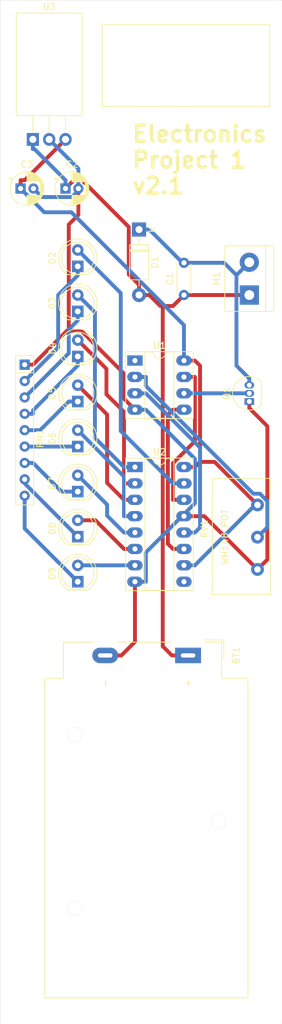
<source format=kicad_pcb>
(kicad_pcb (version 20211014) (generator pcbnew)
  (layers (0 "F.Cu" signal) (31 "B.Cu" signal) (34 "B.Paste" user) (35 "F.Paste" user) (36 "B.SilkS" user "B.Silkscreen") (37 "F.SilkS" user "F.Silkscreen") (38 "B.Mask" user) (39 "F.Mask" user) (44 "Edge.Cuts" user))
  (net 0 "")
  (net 1 "Net-(C1-Pad2)")
  (net 2 "Net-(Q1-Pad2)")
  (net 3 "GND")
  (net 4 "Net-(U1-Pad1)")
  (net 5 "Net-(U1-Pad5)")
  (net 6 "Net-(U1-Pad3)")
  (net 7 "Net-(U1-Pad7)")
  (net 8 "VCC")
  (net 9 "Net-(RV1-Pad2)")
  (net 10 "Net-(BT1-Pad1)")
  (net 11 "Net-(D2-Pad2)")
  (net 12 "Net-(D2-Pad1)")
  (net 13 "Net-(D3-Pad2)")
  (net 14 "Net-(D3-Pad1)")
  (net 15 "Net-(D4-Pad2)")
  (net 16 "Net-(D4-Pad1)")
  (net 17 "Net-(D5-Pad2)")
  (net 18 "Net-(D5-Pad1)")
  (net 19 "Net-(D6-Pad2)")
  (net 20 "Net-(D6-Pad1)")
  (net 21 "Net-(D7-Pad2)")
  (net 22 "Net-(D7-Pad1)")
  (net 23 "Net-(D8-Pad2)")
  (net 24 "Net-(D8-Pad1)")
  (net 25 "Net-(D9-Pad2)")
  (net 26 "Net-(D9-Pad1)")
  (net 27 "Net-(U2-Pad9)")
  (footprint "Capacitor_THT:C_Disc_D4.3mm_W1.9mm_P5.00mm" (layer "F.Cu") (at 137.795 69.85 90)
    (fp_text reference "C1" (at 2.5 -2.2 90) (layer "F.SilkS"))
    (fp_text value "C")
    (pad "1" thru_hole circle locked (at 0 0 90) (size 1.6 1.6) (drill 0.8) (layers *.Cu *.Mask) (net 10 "Net-(BT1-Pad1)"))
    (pad "2" thru_hole circle locked (at 5 0 90) (size 1.6 1.6) (drill 0.8) (layers *.Cu *.Mask) (net 1 "Net-(C1-Pad2)"))
  )
  (footprint "TerminalBlock:TerminalBlock_bornier-2_P5.08mm" (layer "F.Cu") (at 147.955 69.85 90)
    (fp_text reference "M1" (at 2.54 -5.08 90) (layer "F.SilkS"))
    (fp_text value "Motor_DC")
    (pad "1" thru_hole rect locked (at 0 0 90) (size 3 3) (drill 1.52) (layers *.Cu *.Mask) (net 10 "Net-(BT1-Pad1)"))
    (pad "2" thru_hole circle locked (at 5.08 0 90) (size 3 3) (drill 1.52) (layers *.Cu *.Mask) (net 1 "Net-(C1-Pad2)"))
  )
  (footprint "CustomFootprints:Potentiometer_WH148" (layer "F.Cu") (at 140.335 107.395 90)
    (fp_text reference "RV1" (at 1.27 0.635 90) (layer "F.SilkS"))
    (fp_text value "R_POT")
    (fp_text user "WH148 POT" (at 0 3.81 90) (layer "F.SilkS"))
    (pad "1" thru_hole circle locked (at -5 8.89 90) (size 2 2) (drill 1) (layers *.Cu *.Mask) (net 3 "GND"))
    (pad "2" thru_hole circle locked (at 0 8.89 90) (size 2 2) (drill 1) (layers *.Cu *.Mask) (net 9 "Net-(RV1-Pad2)"))
    (pad "3" thru_hole circle locked (at 5 8.89 90) (size 2 2) (drill 1) (layers *.Cu *.Mask) (net 8 "VCC"))
  )
  (footprint "LED_THT:LED_D5.0mm" (layer "F.Cu") (at 121.285 65.405 90)
    (fp_text reference "D2" (at 1.27 -3.96 90) (layer "F.SilkS"))
    (fp_text value "LED")
    (pad "1" thru_hole rect locked (at 0 0 90) (size 1.8 1.8) (drill 0.9) (layers *.Cu *.Mask) (net 12 "Net-(D2-Pad1)"))
    (pad "2" thru_hole circle locked (at 2.54 0 90) (size 1.8 1.8) (drill 0.9) (layers *.Cu *.Mask) (net 11 "Net-(D2-Pad2)"))
  )
  (footprint "LED_THT:LED_D5.0mm" (layer "F.Cu") (at 121.285 72.39 90)
    (fp_text reference "D3" (at 1.27 -3.96 90) (layer "F.SilkS"))
    (fp_text value "LED")
    (pad "1" thru_hole rect locked (at 0 0 90) (size 1.8 1.8) (drill 0.9) (layers *.Cu *.Mask) (net 14 "Net-(D3-Pad1)"))
    (pad "2" thru_hole circle locked (at 2.54 0 90) (size 1.8 1.8) (drill 0.9) (layers *.Cu *.Mask) (net 13 "Net-(D3-Pad2)"))
  )
  (footprint "LED_THT:LED_D5.0mm" (layer "F.Cu") (at 121.285 79.375 90)
    (fp_text reference "D4" (at 1.27 -3.96 90) (layer "F.SilkS"))
    (fp_text value "LED")
    (pad "1" thru_hole rect locked (at 0 0 90) (size 1.8 1.8) (drill 0.9) (layers *.Cu *.Mask) (net 16 "Net-(D4-Pad1)"))
    (pad "2" thru_hole circle locked (at 2.54 0 90) (size 1.8 1.8) (drill 0.9) (layers *.Cu *.Mask) (net 15 "Net-(D4-Pad2)"))
  )
  (footprint "LED_THT:LED_D5.0mm" (layer "F.Cu") (at 121.285 93.345 90)
    (fp_text reference "D6" (at 1.27 -3.96 90) (layer "F.SilkS"))
    (fp_text value "LED")
    (pad "1" thru_hole rect locked (at 0 0 90) (size 1.8 1.8) (drill 0.9) (layers *.Cu *.Mask) (net 20 "Net-(D6-Pad1)"))
    (pad "2" thru_hole circle locked (at 2.54 0 90) (size 1.8 1.8) (drill 0.9) (layers *.Cu *.Mask) (net 19 "Net-(D6-Pad2)"))
  )
  (footprint "LED_THT:LED_D5.0mm" (layer "F.Cu") (at 121.285 100.33 90)
    (fp_text reference "D7" (at 1.27 -3.96 90) (layer "F.SilkS"))
    (fp_text value "LED")
    (pad "1" thru_hole rect locked (at 0 0 90) (size 1.8 1.8) (drill 0.9) (layers *.Cu *.Mask) (net 22 "Net-(D7-Pad1)"))
    (pad "2" thru_hole circle locked (at 2.54 0 90) (size 1.8 1.8) (drill 0.9) (layers *.Cu *.Mask) (net 21 "Net-(D7-Pad2)"))
  )
  (footprint "LED_THT:LED_D5.0mm" (layer "F.Cu") (at 121.285 107.315 90)
    (fp_text reference "D8" (at 1.27 -3.96 90) (layer "F.SilkS"))
    (fp_text value "LED")
    (pad "1" thru_hole rect locked (at 0 0 90) (size 1.8 1.8) (drill 0.9) (layers *.Cu *.Mask) (net 24 "Net-(D8-Pad1)"))
    (pad "2" thru_hole circle locked (at 2.54 0 90) (size 1.8 1.8) (drill 0.9) (layers *.Cu *.Mask) (net 23 "Net-(D8-Pad2)"))
  )
  (footprint "LED_THT:LED_D5.0mm" (layer "F.Cu") (at 121.285 114.3 90)
    (fp_text reference "D9" (at 1.27 -3.96 90) (layer "F.SilkS"))
    (fp_text value "LED")
    (pad "1" thru_hole rect locked (at 0 0 90) (size 1.8 1.8) (drill 0.9) (layers *.Cu *.Mask) (net 26 "Net-(D9-Pad1)"))
    (pad "2" thru_hole circle locked (at 2.54 0 90) (size 1.8 1.8) (drill 0.9) (layers *.Cu *.Mask) (net 25 "Net-(D9-Pad2)"))
  )
  (footprint "LED_THT:LED_D5.0mm" (layer "F.Cu") (at 121.285 86.36 90)
    (fp_text reference "D5" (at 1.27 -3.96 90) (layer "F.SilkS"))
    (fp_text value "LED")
    (pad "1" thru_hole rect locked (at 0 0 90) (size 1.8 1.8) (drill 0.9) (layers *.Cu *.Mask) (net 18 "Net-(D5-Pad1)"))
    (pad "2" thru_hole circle locked (at 2.54 0 90) (size 1.8 1.8) (drill 0.9) (layers *.Cu *.Mask) (net 17 "Net-(D5-Pad2)"))
  )
  (footprint "Package_DIP:DIP-8_W7.62mm_Socket_LongPads" (layer "F.Cu") (at 130.175 80.01)
    (fp_text reference "U1" (at 3.81 -2.33) (layer "F.SilkS"))
    (fp_text value "ATtiny85-20PU")
    (pad "1" thru_hole rect locked (at 0 0) (size 2.4 1.6) (drill 0.8) (layers *.Cu *.Mask) (net 4 "Net-(U1-Pad1)"))
    (pad "2" thru_hole oval locked (at 0 2.54) (size 2.4 1.6) (drill 0.8) (layers *.Cu *.Mask) (net 9 "Net-(RV1-Pad2)"))
    (pad "3" thru_hole oval locked (at 0 5.08) (size 2.4 1.6) (drill 0.8) (layers *.Cu *.Mask) (net 6 "Net-(U1-Pad3)"))
    (pad "4" thru_hole oval locked (at 0 7.62) (size 2.4 1.6) (drill 0.8) (layers *.Cu *.Mask) (net 3 "GND"))
    (pad "5" thru_hole oval locked (at 7.62 7.62) (size 2.4 1.6) (drill 0.8) (layers *.Cu *.Mask) (net 5 "Net-(U1-Pad5)"))
    (pad "6" thru_hole oval locked (at 7.62 5.08) (size 2.4 1.6) (drill 0.8) (layers *.Cu *.Mask) (net 2 "Net-(Q1-Pad2)"))
    (pad "7" thru_hole oval locked (at 7.62 2.54) (size 2.4 1.6) (drill 0.8) (layers *.Cu *.Mask) (net 7 "Net-(U1-Pad7)"))
    (pad "8" thru_hole oval locked (at 7.62 0) (size 2.4 1.6) (drill 0.8) (layers *.Cu *.Mask) (net 8 "VCC"))
  )
  (footprint "Package_DIP:DIP-16_W7.62mm_Socket_LongPads" (layer "F.Cu") (at 130.175 96.52)
    (fp_text reference "U2" (at 3.81 -2.33) (layer "F.SilkS"))
    (fp_text value "74HC595")
    (pad "1" thru_hole rect locked (at 0 0) (size 2.4 1.6) (drill 0.8) (layers *.Cu *.Mask) (net 13 "Net-(D3-Pad2)"))
    (pad "2" thru_hole oval locked (at 0 2.54) (size 2.4 1.6) (drill 0.8) (layers *.Cu *.Mask) (net 15 "Net-(D4-Pad2)"))
    (pad "3" thru_hole oval locked (at 0 5.08) (size 2.4 1.6) (drill 0.8) (layers *.Cu *.Mask) (net 17 "Net-(D5-Pad2)"))
    (pad "4" thru_hole oval locked (at 0 7.62) (size 2.4 1.6) (drill 0.8) (layers *.Cu *.Mask) (net 19 "Net-(D6-Pad2)"))
    (pad "5" thru_hole oval locked (at 0 10.16) (size 2.4 1.6) (drill 0.8) (layers *.Cu *.Mask) (net 21 "Net-(D7-Pad2)"))
    (pad "6" thru_hole oval locked (at 0 12.7) (size 2.4 1.6) (drill 0.8) (layers *.Cu *.Mask) (net 23 "Net-(D8-Pad2)"))
    (pad "7" thru_hole oval locked (at 0 15.24) (size 2.4 1.6) (drill 0.8) (layers *.Cu *.Mask) (net 25 "Net-(D9-Pad2)"))
    (pad "8" thru_hole oval locked (at 0 17.78) (size 2.4 1.6) (drill 0.8) (layers *.Cu *.Mask) (net 3 "GND"))
    (pad "9" thru_hole oval locked (at 7.62 17.78) (size 2.4 1.6) (drill 0.8) (layers *.Cu *.Mask) (net 27 "Net-(U2-Pad9)"))
    (pad "10" thru_hole oval locked (at 7.62 15.24) (size 2.4 1.6) (drill 0.8) (layers *.Cu *.Mask) (net 8 "VCC"))
    (pad "11" thru_hole oval locked (at 7.62 12.7) (size 2.4 1.6) (drill 0.8) (layers *.Cu *.Mask) (net 5 "Net-(U1-Pad5)"))
    (pad "12" thru_hole oval locked (at 7.62 10.16) (size 2.4 1.6) (drill 0.8) (layers *.Cu *.Mask) (net 6 "Net-(U1-Pad3)"))
    (pad "13" thru_hole oval locked (at 7.62 7.62) (size 2.4 1.6) (drill 0.8) (layers *.Cu *.Mask) (net 3 "GND"))
    (pad "14" thru_hole oval locked (at 7.62 5.08) (size 2.4 1.6) (drill 0.8) (layers *.Cu *.Mask) (net 7 "Net-(U1-Pad7)"))
    (pad "15" thru_hole oval locked (at 7.62 2.54) (size 2.4 1.6) (drill 0.8) (layers *.Cu *.Mask) (net 11 "Net-(D2-Pad2)"))
    (pad "16" thru_hole oval locked (at 7.62 0) (size 2.4 1.6) (drill 0.8) (layers *.Cu *.Mask) (net 8 "VCC"))
  )
  (footprint "Diode_THT:D_DO-41_SOD81_P10.16mm_Horizontal" (layer "F.Cu") (at 130.81 59.69 -90)
    (fp_text reference "D1" (at 5.08 -2.47 90) (layer "F.SilkS"))
    (fp_text value "DIODE")
    (fp_text user "K" (at 0 -2.1 90) (layer "F.SilkS"))
    (pad "1" thru_hole rect locked (at 0 0 270) (size 2.2 2.2) (drill 1.1) (layers *.Cu *.Mask) (net 1 "Net-(C1-Pad2)"))
    (pad "2" thru_hole oval locked (at 10.16 0 270) (size 2.2 2.2) (drill 1.1) (layers *.Cu *.Mask) (net 10 "Net-(BT1-Pad1)"))
  )
  (footprint "Resistor_THT:R_Array_SIP9" (layer "F.Cu") (at 113.03 80.645 -90)
    (fp_text reference "RN1" (at 11.43 -2.4 90) (layer "F.SilkS"))
    (fp_text value "R_Network08")
    (pad "1" thru_hole rect locked (at 0 0 270) (size 1.6 1.6) (drill 0.8) (layers *.Cu *.Mask) (net 3 "GND"))
    (pad "2" thru_hole oval locked (at 2.54 0 270) (size 1.6 1.6) (drill 0.8) (layers *.Cu *.Mask) (net 12 "Net-(D2-Pad1)"))
    (pad "3" thru_hole oval locked (at 5.08 0 270) (size 1.6 1.6) (drill 0.8) (layers *.Cu *.Mask) (net 14 "Net-(D3-Pad1)"))
    (pad "4" thru_hole oval locked (at 7.62 0 270) (size 1.6 1.6) (drill 0.8) (layers *.Cu *.Mask) (net 16 "Net-(D4-Pad1)"))
    (pad "5" thru_hole oval locked (at 10.16 0 270) (size 1.6 1.6) (drill 0.8) (layers *.Cu *.Mask) (net 18 "Net-(D5-Pad1)"))
    (pad "6" thru_hole oval locked (at 12.7 0 270) (size 1.6 1.6) (drill 0.8) (layers *.Cu *.Mask) (net 20 "Net-(D6-Pad1)"))
    (pad "7" thru_hole oval locked (at 15.24 0 270) (size 1.6 1.6) (drill 0.8) (layers *.Cu *.Mask) (net 22 "Net-(D7-Pad1)"))
    (pad "8" thru_hole oval locked (at 17.78 0 270) (size 1.6 1.6) (drill 0.8) (layers *.Cu *.Mask) (net 24 "Net-(D8-Pad1)"))
    (pad "9" thru_hole oval locked (at 20.32 0 270) (size 1.6 1.6) (drill 0.8) (layers *.Cu *.Mask) (net 26 "Net-(D9-Pad1)"))
  )
  (footprint "Battery:BatteryHolder_MPD_BA9VPC_1xPP3" (layer "F.Cu") (at 138.43 125.73 -90)
    (fp_text reference "BT1" (at 0 -7.5 90) (layer "F.SilkS"))
    (fp_text value "Battery_Cell")
    (fp_text user "+" (at 3.6 0 90) (layer "F.SilkS") (effects (justify right)))
    (fp_text user "-" (at 3.6 12.88 90) (layer "F.SilkS") (effects (justify right)))
    (pad "" np_thru_hole circle locked (at 12.29 17.62 270) (size 2.3 2.3) (drill 2.29) (layers *.Cu *.Mask))
    (pad "" np_thru_hole circle locked (at 39.26 17.62 270) (size 2.3 2.3) (drill 2.29) (layers *.Cu *.Mask))
    (pad "" np_thru_hole circle locked (at 25.78 -4.73 270) (size 2.3 2.3) (drill 2.29) (layers *.Cu *.Mask))
    (pad "1" thru_hole rect locked (at 0 0 270) (size 2.41 4.02) (drill oval 0.66 2.27) (layers *.Cu *.Mask) (net 10 "Net-(BT1-Pad1)"))
    (pad "2" thru_hole oval locked (at 0 12.88 270) (size 2.41 4.02) (drill oval 0.66 2.27) (layers *.Cu *.Mask) (net 3 "GND"))
  )
  (footprint "Capacitor_THT:CP_Radial_D5.0mm_P2.00mm" (layer "F.Cu") (at 119.38 53.34)
    (fp_text reference "C2" (at 1 -3.75) (layer "F.SilkS"))
    (fp_text value "CP1")
    (pad "1" thru_hole rect locked (at 0 0) (size 1.6 1.6) (drill 0.8) (layers *.Cu *.Mask) (net 10 "Net-(BT1-Pad1)"))
    (pad "2" thru_hole circle locked (at 2 0) (size 1.6 1.6) (drill 0.8) (layers *.Cu *.Mask) (net 3 "GND"))
  )
  (footprint "Package_TO_SOT_THT:TO-220-3_Horizontal_TabDown" (layer "F.Cu") (at 114.3 45.72)
    (fp_text reference "U3" (at 2.54 -20.58) (layer "F.SilkS"))
    (fp_text value "L7805")
    (pad "" np_thru_hole oval locked (at 2.54 -16.66) (size 3.5 3.5) (drill 3.5) (layers *.Cu *.Mask))
    (pad "1" thru_hole rect locked (at 0 0) (size 1.905 2) (drill 1.1) (layers *.Cu *.Mask) (net 10 "Net-(BT1-Pad1)"))
    (pad "2" thru_hole oval locked (at 2.54 0) (size 1.905 2) (drill 1.1) (layers *.Cu *.Mask) (net 3 "GND"))
    (pad "3" thru_hole oval locked (at 5.08 0) (size 1.905 2) (drill 1.1) (layers *.Cu *.Mask) (net 8 "VCC"))
  )
  (footprint "Capacitor_THT:CP_Radial_D5.0mm_P2.00mm" (layer "F.Cu") (at 112.395 53.34)
    (fp_text reference "C3" (at 1 -3.75) (layer "F.SilkS"))
    (fp_text value "CP1")
    (pad "1" thru_hole rect locked (at 0 0) (size 1.6 1.6) (drill 0.8) (layers *.Cu *.Mask) (net 8 "VCC"))
    (pad "2" thru_hole circle locked (at 2 0) (size 1.6 1.6) (drill 0.8) (layers *.Cu *.Mask) (net 3 "GND"))
  )
  (footprint "Package_TO_SOT_THT:TO-92_Inline" (layer "F.Cu") (at 147.955 86.36 90)
    (fp_text reference "Q1" (at 1.27 -3.56 90) (layer "F.SilkS"))
    (fp_text value "2N7000")
    (pad "1" thru_hole rect locked (at 0 0 90) (size 1.05 1.5) (drill 0.75) (layers *.Cu *.Mask) (net 3 "GND"))
    (pad "2" thru_hole oval locked (at 1.27 0 90) (size 1.05 1.5) (drill 0.75) (layers *.Cu *.Mask) (net 2 "Net-(Q1-Pad2)"))
    (pad "3" thru_hole oval locked (at 2.54 0 90) (size 1.05 1.5) (drill 0.75) (layers *.Cu *.Mask) (net 1 "Net-(C1-Pad2)"))
  )
  (gr_line (start 125.095 40.64) (end 125.095 27.94) (layer "F.SilkS") (width 0.12))
  (gr_line (start 125.095 27.94) (end 151.13 27.94) (layer "F.SilkS") (width 0.12))
  (gr_line (start 151.13 40.64) (end 125.095 40.64) (layer "F.SilkS") (width 0.12))
  (gr_line (start 151.13 27.94) (end 151.13 40.64) (layer "F.SilkS") (width 0.12))
  (gr_line (start 153.035 24.13) (end 109.22 24.13) (layer "Edge.Cuts") (width 0.05))
  (gr_line (start 153.035 182.88) (end 153.035 24.13) (layer "Edge.Cuts") (width 0.05))
  (gr_line (start 109.22 182.88) (end 153.035 182.88) (layer "Edge.Cuts") (width 0.05))
  (gr_line (start 109.22 24.13) (end 109.22 182.88) (layer "Edge.Cuts") (width 0.05))
  (gr_text "Electronics\nProject 1\nv2.1" (at 129.54 48.895) (layer "F.SilkS") (effects (font (size 2.5 2.5) (thickness 0.5)) (justify left)))
  (segment (start 145.9546 66.7704) (end 147.955 64.77) (width 0.6) (layer "B.Cu") (net 1))
  (segment (start 137.795 64.85) (end 144.0342 64.85) (width 0.6) (layer "B.Cu") (net 1))
  (segment (start 132.4103 59.69) (end 137.5703 64.85) (width 0.6) (layer "B.Cu") (net 1))
  (segment (start 147.955 82.7947) (end 145.9546 80.7943) (width 0.6) (layer "B.Cu") (net 1))
  (segment (start 137.5703 64.85) (end 137.795 64.85) (width 0.6) (layer "B.Cu") (net 1))
  (segment (start 130.81 59.69) (end 132.4103 59.69) (width 0.6) (layer "B.Cu") (net 1))
  (segment (start 145.9546 80.7943) (end 145.9546 66.7704) (width 0.6) (layer "B.Cu") (net 1))
  (segment (start 144.0342 64.85) (end 145.9546 66.7704) (width 0.6) (layer "B.Cu") (net 1))
  (segment (start 147.955 83.82) (end 147.955 82.7947) (width 0.6) (layer "B.Cu") (net 1))
  (segment (start 147.955 85.09) (end 137.795 85.09) (width 0.6) (layer "B.Cu") (net 2))
  (segment (start 130.175 87.63) (end 128.4746 85.9296) (width 0.6) (layer "F.Cu") (net 3))
  (segment (start 119.8846 58.9222) (end 121.38 57.4268) (width 0.6) (layer "F.Cu") (net 3))
  (segment (start 128.0603 125.73) (end 130.175 123.6153) (width 0.6) (layer "F.Cu") (net 3))
  (segment (start 119.8846 75.3969) (end 119.5784 75.3969) (width 0.6) (layer "F.Cu") (net 3))
  (segment (start 119.8846 75.3969) (end 119.8846 58.9222) (width 0.6) (layer "F.Cu") (net 3))
  (segment (start 147.955 86.36) (end 147.955 87.3853) (width 0.6) (layer "F.Cu") (net 3))
  (segment (start 128.4746 85.9296) (end 128.4746 82.0336) (width 0.6) (layer "F.Cu") (net 3))
  (segment (start 119.5784 75.3969) (end 114.3303 80.645) (width 0.6) (layer "F.Cu") (net 3))
  (segment (start 147.955 87.3853) (end 150.7585 90.1888) (width 0.6) (layer "F.Cu") (net 3))
  (segment (start 113.03 80.645) (end 114.3303 80.645) (width 0.6) (layer "F.Cu") (net 3))
  (segment (start 121.8379 75.3969) (end 119.8846 75.3969) (width 0.6) (layer "F.Cu") (net 3))
  (segment (start 125.55 125.73) (end 128.0603 125.73) (width 0.6) (layer "F.Cu") (net 3))
  (segment (start 149.225 112.395) (end 140.97 104.14) (width 0.6) (layer "F.Cu") (net 3))
  (segment (start 130.175 123.6153) (end 130.175 114.3) (width 0.6) (layer "F.Cu") (net 3))
  (segment (start 150.7585 90.1888) (end 150.7585 110.8615) (width 0.6) (layer "F.Cu") (net 3))
  (segment (start 128.4746 82.0336) (end 121.8379 75.3969) (width 0.6) (layer "F.Cu") (net 3))
  (segment (start 140.97 104.14) (end 137.795 104.14) (width 0.6) (layer "F.Cu") (net 3))
  (segment (start 121.38 57.4268) (end 121.38 53.34) (width 0.6) (layer "F.Cu") (net 3))
  (segment (start 150.7585 110.8615) (end 149.225 112.395) (width 0.6) (layer "F.Cu") (net 3))
  (segment (start 130.175 87.63) (end 131.8753 87.63) (width 0.6) (layer "B.Cu") (net 3))
  (segment (start 139.4953 102.1388) (end 137.4941 104.14) (width 0.6) (layer "B.Cu") (net 3))
  (segment (start 121.38 53.6651) (end 121.38 53.34) (width 0.6) (layer "B.Cu") (net 3))
  (segment (start 121.38 53.34) (end 121.38 50.26) (width 0.6) (layer "B.Cu") (net 3))
  (segment (start 137.795 104.14) (end 137.4941 104.14) (width 0.6) (layer "B.Cu") (net 3))
  (segment (start 137.4941 104.14) (end 131.8753 109.7588) (width 0.6) (layer "B.Cu") (net 3))
  (segment (start 130.175 114.3) (end 131.8753 114.3) (width 0.6) (layer "B.Cu") (net 3))
  (segment (start 131.8753 109.7588) (end 131.8753 114.3) (width 0.6) (layer "B.Cu") (net 3))
  (segment (start 131.8753 87.63) (end 139.4953 95.25) (width 0.6) (layer "B.Cu") (net 3))
  (segment (start 139.4953 95.25) (end 139.4953 102.1388) (width 0.6) (layer "B.Cu") (net 3))
  (segment (start 114.395 53.34) (end 115.7136 54.6586) (width 0.6) (layer "B.Cu") (net 3))
  (segment (start 121.38 50.26) (end 116.84 45.72) (width 0.6) (layer "B.Cu") (net 3))
  (segment (start 120.3865 54.6586) (end 121.38 53.6651) (width 0.6) (layer "B.Cu") (net 3))
  (segment (start 115.7136 54.6586) (end 120.3865 54.6586) (width 0.6) (layer "B.Cu") (net 3))
  (segment (start 136.0947 109.22) (end 135.2944 108.4197) (width 0.6) (layer "F.Cu") (net 5))
  (segment (start 137.795 109.22) (end 136.0947 109.22) (width 0.6) (layer "F.Cu") (net 5))
  (segment (start 137.795 87.63) (end 136.0947 87.63) (width 0.6) (layer "F.Cu") (net 5))
  (segment (start 135.2944 108.4197) (end 135.2944 88.4303) (width 0.6) (layer "F.Cu") (net 5))
  (segment (start 135.2944 88.4303) (end 136.0947 87.63) (width 0.6) (layer "F.Cu") (net 5))
  (segment (start 140.2956 93.5103) (end 140.2956 105.8797) (width 0.6) (layer "B.Cu") (net 6))
  (segment (start 131.8753 85.09) (end 140.2956 93.5103) (width 0.6) (layer "B.Cu") (net 6))
  (segment (start 140.2956 105.8797) (end 139.4953 106.68) (width 0.6) (layer "B.Cu") (net 6))
  (segment (start 130.175 85.09) (end 131.8753 85.09) (width 0.6) (layer "B.Cu") (net 6))
  (segment (start 137.795 106.68) (end 139.4953 106.68) (width 0.6) (layer "B.Cu") (net 6))
  (segment (start 136.0947 95.92) (end 139.4953 92.5194) (width 0.6) (layer "F.Cu") (net 7))
  (segment (start 139.4953 92.5194) (end 139.4953 82.55) (width 0.6) (layer "F.Cu") (net 7))
  (segment (start 136.0947 101.6) (end 136.0947 95.92) (width 0.6) (layer "F.Cu") (net 7))
  (segment (start 137.795 101.6) (end 136.0947 101.6) (width 0.6) (layer "F.Cu") (net 7))
  (segment (start 137.795 82.55) (end 139.4953 82.55) (width 0.6) (layer "F.Cu") (net 7))
  (segment (start 140.2957 95.7196) (end 139.4953 96.52) (width 0.6) (layer "F.Cu") (net 8))
  (segment (start 142.5496 95.7196) (end 140.2957 95.7196) (width 0.6) (layer "F.Cu") (net 8))
  (segment (start 112.395 53.34) (end 112.395 52.0397) (width 0.6) (layer "F.Cu") (net 8))
  (segment (start 140.2957 80.8104) (end 139.4953 80.01) (width 0.6) (layer "F.Cu") (net 8))
  (segment (start 149.225 102.395) (end 142.5496 95.7196) (width 0.6) (layer "F.Cu") (net 8))
  (segment (start 137.795 96.52) (end 139.4953 96.52) (width 0.6) (layer "F.Cu") (net 8))
  (segment (start 113.0603 52.0397) (end 119.38 45.72) (width 0.6) (layer "F.Cu") (net 8))
  (segment (start 140.2957 95.7196) (end 140.2957 80.8104) (width 0.6) (layer "F.Cu") (net 8))
  (segment (start 137.795 80.01) (end 139.4953 80.01) (width 0.6) (layer "F.Cu") (net 8))
  (segment (start 112.395 52.0397) (end 113.0603 52.0397) (width 0.6) (layer "F.Cu") (net 8))
  (segment (start 116.073 57.018) (end 112.395 53.34) (width 0.6) (layer "B.Cu") (net 8))
  (segment (start 148.8603 102.395) (end 149.225 102.395) (width 0.6) (layer "B.Cu") (net 8))
  (segment (start 120.2926 57.018) (end 116.073 57.018) (width 0.6) (layer "B.Cu") (net 8))
  (segment (start 137.795 111.76) (end 139.4953 111.76) (width 0.6) (layer "B.Cu") (net 8))
  (segment (start 139.4953 111.76) (end 148.8603 102.395) (width 0.6) (layer "B.Cu") (net 8))
  (segment (start 137.795 74.5204) (end 120.2926 57.018) (width 0.6) (layer "B.Cu") (net 8))
  (segment (start 137.795 80.01) (end 137.795 74.5204) (width 0.6) (layer "B.Cu") (net 8))
  (segment (start 150.7587 105.8613) (end 149.225 107.395) (width 0.6) (layer "B.Cu") (net 9))
  (segment (start 150.7587 101.8007) (end 150.7587 105.8613) (width 0.6) (layer "B.Cu") (net 9))
  (segment (start 130.175 82.55) (end 131.8753 82.55) (width 0.6) (layer "B.Cu") (net 9))
  (segment (start 149.6093 100.6513) (end 150.7587 101.8007) (width 0.6) (layer "B.Cu") (net 9))
  (segment (start 148.5686 100.6513) (end 149.6093 100.6513) (width 0.6) (layer "B.Cu") (net 9))
  (segment (start 131.8753 83.958) (end 148.5686 100.6513) (width 0.6) (layer "B.Cu") (net 9))
  (segment (start 131.8753 82.55) (end 131.8753 83.958) (width 0.6) (layer "B.Cu") (net 9))
  (segment (start 130.81 69.85) (end 132.4103 69.85) (width 0.6) (layer "F.Cu") (net 10))
  (segment (start 129.2097 66.6494) (end 129.2097 59.2907) (width 0.6) (layer "F.Cu") (net 10))
  (segment (start 137.795 69.85) (end 145.9547 69.85) (width 0.6) (layer "F.Cu") (net 10))
  (segment (start 134.1134 71.5531) (end 134.4941 71.5531) (width 0.6) (layer "F.Cu") (net 10))
  (segment (start 121.9355 52.0165) (end 120.7035 52.0165) (width 0.6) (layer "F.Cu") (net 10))
  (segment (start 134.4941 71.5531) (end 136.0919 71.5531) (width 0.6) (layer "F.Cu") (net 10))
  (segment (start 147.955 69.85) (end 145.9547 69.85) (width 0.6) (layer "F.Cu") (net 10))
  (segment (start 138.43 125.73) (end 135.9197 125.73) (width 0.6) (layer "F.Cu") (net 10))
  (segment (start 130.81 69.85) (end 130.81 68.2497) (width 0.6) (layer "F.Cu") (net 10))
  (segment (start 132.4103 69.85) (end 134.1134 71.5531) (width 0.6) (layer "F.Cu") (net 10))
  (segment (start 136.0919 71.5531) (end 137.795 69.85) (width 0.6) (layer "F.Cu") (net 10))
  (segment (start 120.7035 52.0165) (end 119.38 53.34) (width 0.6) (layer "F.Cu") (net 10))
  (segment (start 134.4941 124.3044) (end 135.9197 125.73) (width 0.6) (layer "F.Cu") (net 10))
  (segment (start 134.4941 71.5531) (end 134.4941 124.3044) (width 0.6) (layer "F.Cu") (net 10))
  (segment (start 129.2097 59.2907) (end 121.9355 52.0165) (width 0.6) (layer "F.Cu") (net 10))
  (segment (start 130.81 68.2497) (end 129.2097 66.6494) (width 0.6) (layer "F.Cu") (net 10))
  (segment (start 119.38 53.34) (end 119.38 52.0397) (width 0.6) (layer "B.Cu") (net 10))
  (segment (start 119.38 52.0397) (end 114.5606 47.2203) (width 0.6) (layer "B.Cu") (net 10))
  (segment (start 114.3 45.72) (end 114.3 47.2203) (width 0.6) (layer "B.Cu") (net 10))
  (segment (start 114.5606 47.2203) (end 114.3 47.2203) (width 0.6) (layer "B.Cu") (net 10))
  (segment (start 127.9663 90.9316) (end 136.0947 99.06) (width 0.6) (layer "B.Cu") (net 11))
  (segment (start 127.9663 69.5463) (end 127.9663 90.9316) (width 0.6) (layer "B.Cu") (net 11))
  (segment (start 121.285 62.865) (end 127.9663 69.5463) (width 0.6) (layer "B.Cu") (net 11))
  (segment (start 137.795 99.06) (end 136.0947 99.06) (width 0.6) (layer "B.Cu") (net 11))
  (segment (start 121.285 66.8053) (end 118.2367 69.8536) (width 0.6) (layer "B.Cu") (net 12))
  (segment (start 118.2367 69.8536) (end 118.2367 77.9783) (width 0.6) (layer "B.Cu") (net 12))
  (segment (start 121.285 65.405) (end 121.285 66.8053) (width 0.6) (layer "B.Cu") (net 12))
  (segment (start 118.2367 77.9783) (end 113.03 83.185) (width 0.6) (layer "B.Cu") (net 12))
  (segment (start 121.285 69.85) (end 123.9543 72.5193) (width 0.6) (layer "B.Cu") (net 13))
  (segment (start 123.9543 91.9996) (end 128.4747 96.52) (width 0.6) (layer "B.Cu") (net 13))
  (segment (start 130.175 96.52) (end 128.4747 96.52) (width 0.6) (layer "B.Cu") (net 13))
  (segment (start 123.9543 72.5193) (end 123.9543 91.9996) (width 0.6) (layer "B.Cu") (net 13))
  (segment (start 121.285 73.7903) (end 119.8847 75.1906) (width 0.6) (layer "B.Cu") (net 14))
  (segment (start 121.285 72.39) (end 121.285 73.7903) (width 0.6) (layer "B.Cu") (net 14))
  (segment (start 119.8847 78.8703) (end 113.03 85.725) (width 0.6) (layer "B.Cu") (net 14))
  (segment (start 119.8847 75.1906) (end 119.8847 78.8703) (width 0.6) (layer "B.Cu") (net 14))
  (segment (start 130.175 99.06) (end 128.4747 99.06) (width 0.6) (layer "F.Cu") (net 15))
  (segment (start 128.4747 87.9668) (end 128.4747 99.06) (width 0.6) (layer "F.Cu") (net 15))
  (segment (start 121.285 76.835) (end 125.7422 81.2922) (width 0.6) (layer "F.Cu") (net 15))
  (segment (start 125.7422 85.2343) (end 128.4747 87.9668) (width 0.6) (layer "F.Cu") (net 15))
  (segment (start 125.7422 81.2922) (end 125.7422 85.2343) (width 0.6) (layer "F.Cu") (net 15))
  (segment (start 121.285 79.375) (end 121.285 80.7753) (width 0.6) (layer "B.Cu") (net 16))
  (segment (start 113.03 88.265) (end 114.3303 88.265) (width 0.6) (layer "B.Cu") (net 16))
  (segment (start 114.3303 87.73) (end 114.3303 88.265) (width 0.6) (layer "B.Cu") (net 16))
  (segment (start 121.285 80.7753) (end 114.3303 87.73) (width 0.6) (layer "B.Cu") (net 16))
  (segment (start 125.8436 98.9689) (end 128.4747 101.6) (width 0.6) (layer "F.Cu") (net 17))
  (segment (start 130.175 101.6) (end 128.4747 101.6) (width 0.6) (layer "F.Cu") (net 17))
  (segment (start 125.8436 88.3786) (end 125.8436 98.9689) (width 0.6) (layer "F.Cu") (net 17))
  (segment (start 121.285 83.82) (end 125.8436 88.3786) (width 0.6) (layer "F.Cu") (net 17))
  (segment (start 121.285 86.36) (end 119.8847 86.36) (width 0.6) (layer "B.Cu") (net 18))
  (segment (start 115.4397 90.805) (end 113.03 90.805) (width 0.6) (layer "B.Cu") (net 18))
  (segment (start 119.8847 86.36) (end 115.4397 90.805) (width 0.6) (layer "B.Cu") (net 18))
  (segment (start 128.4747 97.9947) (end 128.4747 104.14) (width 0.6) (layer "B.Cu") (net 19))
  (segment (start 121.285 90.805) (end 128.4747 97.9947) (width 0.6) (layer "B.Cu") (net 19))
  (segment (start 130.175 104.14) (end 128.4747 104.14) (width 0.6) (layer "B.Cu") (net 19))
  (segment (start 121.285 93.345) (end 113.03 93.345) (width 0.6) (layer "B.Cu") (net 20))
  (segment (start 125.8436 102.3486) (end 125.8436 104.0489) (width 0.6) (layer "B.Cu") (net 21))
  (segment (start 121.285 97.79) (end 125.8436 102.3486) (width 0.6) (layer "B.Cu") (net 21))
  (segment (start 125.8436 104.0489) (end 128.4747 106.68) (width 0.6) (layer "B.Cu") (net 21))
  (segment (start 130.175 106.68) (end 128.4747 106.68) (width 0.6) (layer "B.Cu") (net 21))
  (segment (start 118.7753 100.33) (end 114.3303 95.885) (width 0.6) (layer "B.Cu") (net 22))
  (segment (start 121.285 100.33) (end 118.7753 100.33) (width 0.6) (layer "B.Cu") (net 22))
  (segment (start 113.03 95.885) (end 114.3303 95.885) (width 0.6) (layer "B.Cu") (net 22))
  (segment (start 121.285 104.775) (end 124.0297 104.775) (width 0.6) (layer "F.Cu") (net 23))
  (segment (start 124.0297 104.775) (end 128.4747 109.22) (width 0.6) (layer "F.Cu") (net 23))
  (segment (start 130.175 109.22) (end 128.4747 109.22) (width 0.6) (layer "F.Cu") (net 23))
  (segment (start 121.285 107.315) (end 113.03 99.06) (width 0.6) (layer "B.Cu") (net 24))
  (segment (start 113.03 99.06) (end 113.03 98.425) (width 0.6) (layer "B.Cu") (net 24))
  (segment (start 121.285 111.76) (end 130.175 111.76) (width 0.6) (layer "B.Cu") (net 25))
  (segment (start 121.285 114.3) (end 113.03 106.045) (width 0.6) (layer "B.Cu") (net 26))
  (segment (start 113.03 106.045) (end 113.03 100.965) (width 0.6) (layer "B.Cu") (net 26))
)
</source>
